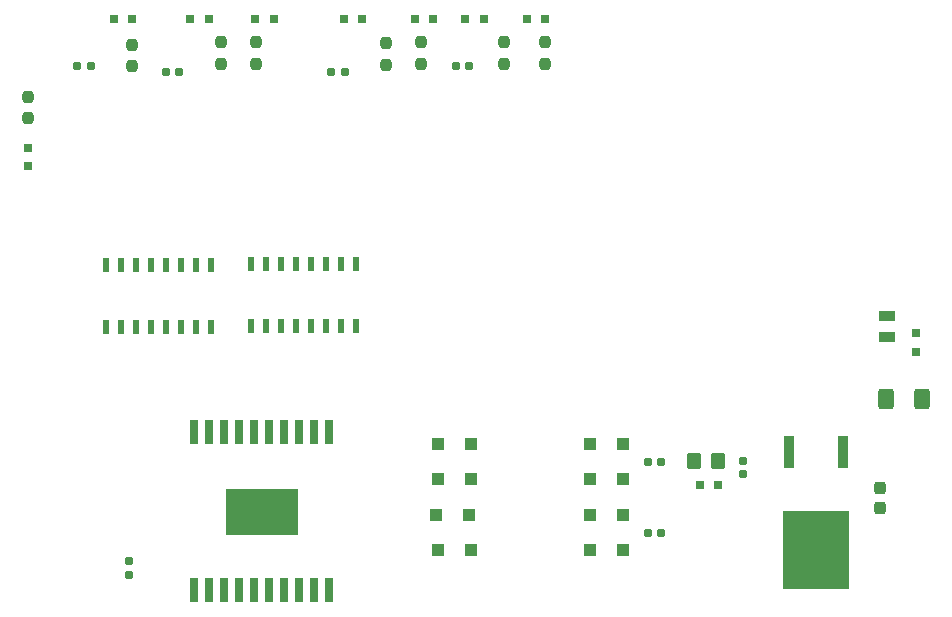
<source format=gbr>
%TF.GenerationSoftware,KiCad,Pcbnew,7.0.8*%
%TF.CreationDate,2024-02-12T15:09:03-05:00*%
%TF.ProjectId,wasabi(PCBlayout),77617361-6269-4285-9043-426c61796f75,rev?*%
%TF.SameCoordinates,Original*%
%TF.FileFunction,Paste,Top*%
%TF.FilePolarity,Positive*%
%FSLAX46Y46*%
G04 Gerber Fmt 4.6, Leading zero omitted, Abs format (unit mm)*
G04 Created by KiCad (PCBNEW 7.0.8) date 2024-02-12 15:09:03*
%MOMM*%
%LPD*%
G01*
G04 APERTURE LIST*
G04 Aperture macros list*
%AMRoundRect*
0 Rectangle with rounded corners*
0 $1 Rounding radius*
0 $2 $3 $4 $5 $6 $7 $8 $9 X,Y pos of 4 corners*
0 Add a 4 corners polygon primitive as box body*
4,1,4,$2,$3,$4,$5,$6,$7,$8,$9,$2,$3,0*
0 Add four circle primitives for the rounded corners*
1,1,$1+$1,$2,$3*
1,1,$1+$1,$4,$5*
1,1,$1+$1,$6,$7*
1,1,$1+$1,$8,$9*
0 Add four rect primitives between the rounded corners*
20,1,$1+$1,$2,$3,$4,$5,0*
20,1,$1+$1,$4,$5,$6,$7,0*
20,1,$1+$1,$6,$7,$8,$9,0*
20,1,$1+$1,$8,$9,$2,$3,0*%
G04 Aperture macros list end*
%ADD10C,0.010000*%
%ADD11RoundRect,0.237500X-0.237500X0.250000X-0.237500X-0.250000X0.237500X-0.250000X0.237500X0.250000X0*%
%ADD12R,1.397000X0.901700*%
%ADD13RoundRect,0.250000X-0.350000X-0.450000X0.350000X-0.450000X0.350000X0.450000X-0.350000X0.450000X0*%
%ADD14R,0.711200X0.762000*%
%ADD15RoundRect,0.250000X0.400000X0.625000X-0.400000X0.625000X-0.400000X-0.625000X0.400000X-0.625000X0*%
%ADD16RoundRect,0.250000X0.300000X0.300000X-0.300000X0.300000X-0.300000X-0.300000X0.300000X-0.300000X0*%
%ADD17R,0.762000X0.711200*%
%ADD18RoundRect,0.237500X0.237500X-0.250000X0.237500X0.250000X-0.237500X0.250000X-0.237500X-0.250000X0*%
%ADD19RoundRect,0.155000X-0.212500X-0.155000X0.212500X-0.155000X0.212500X0.155000X-0.212500X0.155000X0*%
%ADD20R,0.700000X2.000000*%
%ADD21R,0.939800X2.794000*%
%ADD22R,5.613400X6.604000*%
%ADD23RoundRect,0.155000X0.155000X-0.212500X0.155000X0.212500X-0.155000X0.212500X-0.155000X-0.212500X0*%
%ADD24RoundRect,0.237500X-0.237500X0.300000X-0.237500X-0.300000X0.237500X-0.300000X0.237500X0.300000X0*%
%ADD25R,0.482600X1.257300*%
G04 APERTURE END LIST*
%TO.C,IC1*%
D10*
X155215000Y-91100000D02*
X149213940Y-91100000D01*
X149213940Y-87299330D01*
X155215000Y-87299330D01*
X155215000Y-91100000D01*
G36*
X155215000Y-91100000D02*
G01*
X149213940Y-91100000D01*
X149213940Y-87299330D01*
X155215000Y-87299330D01*
X155215000Y-91100000D01*
G37*
%TD*%
D11*
%TO.C,R9*%
X176274700Y-49500000D03*
X176274700Y-51325000D03*
%TD*%
D12*
%TO.C,F1*%
X205182000Y-72637900D03*
X205182000Y-74428600D03*
%TD*%
D13*
%TO.C,R8*%
X188896000Y-84933100D03*
X190896000Y-84933100D03*
%TD*%
D14*
%TO.C,LED2*%
X207682000Y-74137900D03*
X207682000Y-75687300D03*
%TD*%
D15*
%TO.C,R2*%
X208182000Y-79704800D03*
X205082000Y-79704800D03*
%TD*%
D16*
%TO.C,D1*%
X182850000Y-83500000D03*
X180050000Y-83500000D03*
%TD*%
%TO.C,D3*%
X182850000Y-89500000D03*
X180050000Y-89500000D03*
%TD*%
D17*
%TO.C,LED7*%
X151725300Y-47500000D03*
X153274700Y-47500000D03*
%TD*%
%TO.C,LED5*%
X139725300Y-47500000D03*
X141274700Y-47500000D03*
%TD*%
D11*
%TO.C,R5*%
X141274700Y-49675000D03*
X141274700Y-51500000D03*
%TD*%
D17*
%TO.C,LED6*%
X166774700Y-47500000D03*
X165225300Y-47500000D03*
%TD*%
D18*
%TO.C,R1*%
X132500000Y-55912500D03*
X132500000Y-54087500D03*
%TD*%
D19*
%TO.C,C1*%
X184950000Y-85000000D03*
X186085000Y-85000000D03*
%TD*%
D17*
%TO.C,LED3*%
X159225300Y-47500000D03*
X160774700Y-47500000D03*
%TD*%
D14*
%TO.C,LED1*%
X132500000Y-60000000D03*
X132500000Y-58450600D03*
%TD*%
D20*
%TO.C,IC1*%
X157930000Y-82500000D03*
X156660000Y-82500000D03*
X155390000Y-82500000D03*
X154120000Y-82500000D03*
X152850000Y-82500000D03*
X151580000Y-82500000D03*
X150310000Y-82500000D03*
X149040000Y-82500000D03*
X147770000Y-82500000D03*
X146500000Y-82500000D03*
X146500000Y-95900000D03*
X147770000Y-95900000D03*
X149040000Y-95900000D03*
X150310000Y-95900000D03*
X151580000Y-95900000D03*
X152850000Y-95900000D03*
X154120000Y-95900000D03*
X155390000Y-95900000D03*
X156660000Y-95900000D03*
X157930000Y-95900000D03*
%TD*%
D19*
%TO.C,C7*%
X168707200Y-51500000D03*
X169842200Y-51500000D03*
%TD*%
%TO.C,C6*%
X158139700Y-52000000D03*
X159274700Y-52000000D03*
%TD*%
%TO.C,C3*%
X136639700Y-51500000D03*
X137774700Y-51500000D03*
%TD*%
D17*
%TO.C,LED8*%
X190896000Y-86933100D03*
X189346600Y-86933100D03*
%TD*%
D21*
%TO.C,U5*%
X201468000Y-84199000D03*
X196896000Y-84199000D03*
D22*
X199182000Y-92504800D03*
%TD*%
D23*
%TO.C,C9*%
X141000000Y-94567500D03*
X141000000Y-93432500D03*
%TD*%
D11*
%TO.C,R6*%
X165774700Y-49500000D03*
X165774700Y-51325000D03*
%TD*%
%TO.C,R10*%
X148774700Y-49500000D03*
X148774700Y-51325000D03*
%TD*%
%TO.C,R7*%
X151774700Y-49500000D03*
X151774700Y-51325000D03*
%TD*%
%TO.C,R4*%
X172774700Y-49500000D03*
X172774700Y-51325000D03*
%TD*%
D16*
%TO.C,D2*%
X182850000Y-86500000D03*
X180050000Y-86500000D03*
%TD*%
%TO.C,D5*%
X169950000Y-83500000D03*
X167150000Y-83500000D03*
%TD*%
D24*
%TO.C,C5*%
X204578000Y-87208500D03*
X204578000Y-88933500D03*
%TD*%
D25*
%TO.C,U1*%
X139055000Y-73622550D03*
X140325000Y-73622550D03*
X141595000Y-73622550D03*
X142865000Y-73622550D03*
X144135000Y-73622550D03*
X145405000Y-73622550D03*
X146675000Y-73622550D03*
X147945000Y-73622550D03*
X147945000Y-68377450D03*
X146675000Y-68377450D03*
X145405000Y-68377450D03*
X144135000Y-68377450D03*
X142865000Y-68377450D03*
X141595000Y-68377450D03*
X140325000Y-68377450D03*
X139055000Y-68377450D03*
%TD*%
D23*
%TO.C,C8*%
X193000000Y-86067500D03*
X193000000Y-84932500D03*
%TD*%
D19*
%TO.C,C4*%
X144139700Y-52000000D03*
X145274700Y-52000000D03*
%TD*%
D16*
%TO.C,D8*%
X169950000Y-92500000D03*
X167150000Y-92500000D03*
%TD*%
%TO.C,D7*%
X169850000Y-89500000D03*
X167050000Y-89500000D03*
%TD*%
D25*
%TO.C,U3*%
X151380000Y-68254900D03*
X152650000Y-68254900D03*
X153920000Y-68254900D03*
X155190000Y-68254900D03*
X156460000Y-68254900D03*
X157730000Y-68254900D03*
X159000000Y-68254900D03*
X160270000Y-68254900D03*
X160270000Y-73500000D03*
X159000000Y-73500000D03*
X157730000Y-73500000D03*
X156460000Y-73500000D03*
X155190000Y-73500000D03*
X153920000Y-73500000D03*
X152650000Y-73500000D03*
X151380000Y-73500000D03*
%TD*%
D17*
%TO.C,LED10*%
X146225300Y-47500000D03*
X147774700Y-47500000D03*
%TD*%
%TO.C,LED4*%
X169500000Y-47500000D03*
X171049400Y-47500000D03*
%TD*%
%TO.C,LED9*%
X174725300Y-47500000D03*
X176274700Y-47500000D03*
%TD*%
D16*
%TO.C,D6*%
X169950000Y-86500000D03*
X167150000Y-86500000D03*
%TD*%
%TO.C,D4*%
X182850000Y-92500000D03*
X180050000Y-92500000D03*
%TD*%
D11*
%TO.C,R3*%
X162774700Y-49587500D03*
X162774700Y-51412500D03*
%TD*%
D19*
%TO.C,C2*%
X184950000Y-91000000D03*
X186085000Y-91000000D03*
%TD*%
M02*

</source>
